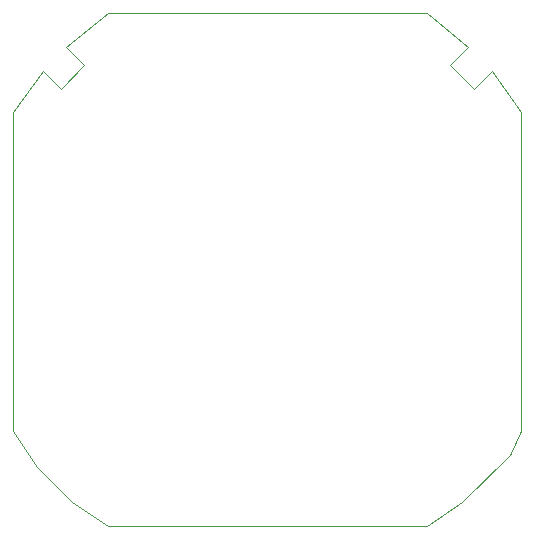
<source format=gm1>
%TF.GenerationSoftware,KiCad,Pcbnew,no-vcs-found-3ac87f6~59~ubuntu16.04.1*%
%TF.CreationDate,2017-08-31T14:12:32+03:00*%
%TF.ProjectId,livolo_2_channels_1way_eu_switch,6C69766F6C6F5F325F6368616E6E656C,rev?*%
%TF.SameCoordinates,Original*%
%TF.FileFunction,Profile,NP*%
%FSLAX46Y46*%
G04 Gerber Fmt 4.6, Leading zero omitted, Abs format (unit mm)*
G04 Created by KiCad (PCBNEW no-vcs-found-3ac87f6~59~ubuntu16.04.1) date Thu Aug 31 14:12:32 2017*
%MOMM*%
%LPD*%
G01*
G04 APERTURE LIST*
%ADD10C,0.100000*%
G04 APERTURE END LIST*
D10*
X158900640Y-111602340D02*
X162910000Y-107590000D01*
X157899880Y-74602160D02*
X159898860Y-76601140D01*
X125898420Y-111602340D02*
X128900700Y-113601320D01*
X163899360Y-105600320D02*
X163899360Y-78600120D01*
X126899180Y-74602160D02*
X125400580Y-73101020D01*
X155900000Y-70200000D02*
X159398480Y-73101020D01*
X162910000Y-107590000D02*
X163899360Y-105600320D01*
X120899700Y-105600320D02*
X120899700Y-78600120D01*
X123399060Y-75100000D02*
X124900200Y-76601140D01*
X124900200Y-76601140D02*
X126899180Y-74602160D01*
X125400580Y-73101020D02*
X128900000Y-70200000D01*
X128900000Y-70200000D02*
X155897660Y-70200000D01*
X159898860Y-76601140D02*
X161400000Y-75100000D01*
X122940000Y-108610000D02*
X125898420Y-111602340D01*
X155898360Y-113601320D02*
X158900640Y-111602340D01*
X128900700Y-113601320D02*
X155898360Y-113601320D01*
X120899700Y-105600320D02*
X122940000Y-108610000D01*
X159398480Y-73101020D02*
X157899880Y-74602160D01*
X120899700Y-78600120D02*
X123399060Y-75100000D01*
X161400000Y-75100000D02*
X163899360Y-78600120D01*
M02*

</source>
